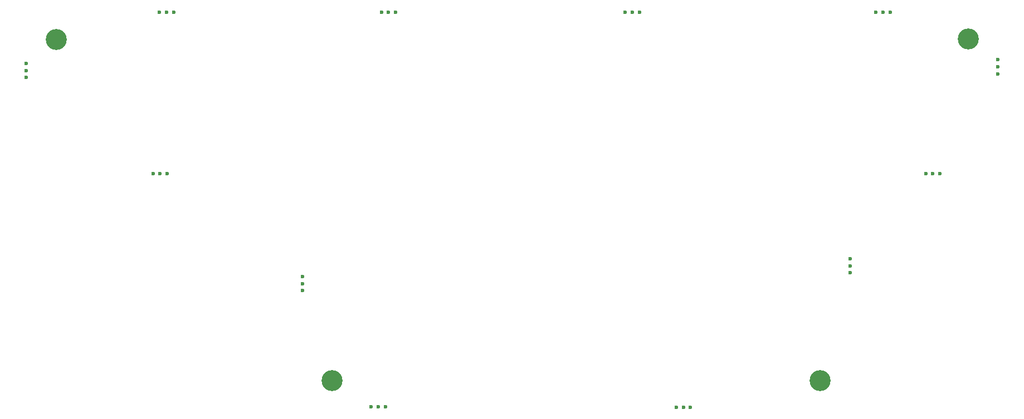
<source format=gbr>
%TF.GenerationSoftware,KiCad,Pcbnew,8.0.2*%
%TF.CreationDate,2025-02-02T12:55:15+01:00*%
%TF.ProjectId,FT25_AMS_Slave_fr,46543235-5f41-44d5-935f-536c6176655f,rev?*%
%TF.SameCoordinates,Original*%
%TF.FileFunction,NonPlated,1,4,NPTH,Drill*%
%TF.FilePolarity,Positive*%
%FSLAX46Y46*%
G04 Gerber Fmt 4.6, Leading zero omitted, Abs format (unit mm)*
G04 Created by KiCad (PCBNEW 8.0.2) date 2025-02-02 12:55:15*
%MOMM*%
%LPD*%
G01*
G04 APERTURE LIST*
%TA.AperFunction,ComponentDrill*%
%ADD10C,0.600000*%
%TD*%
%TA.AperFunction,ComponentDrill*%
%ADD11C,3.200000*%
%TD*%
G04 APERTURE END LIST*
D10*
%TO.C,*%
X63850000Y-82550000D03*
X63850000Y-83650000D03*
X63850000Y-84700000D03*
X83100000Y-99350000D03*
X84100000Y-74750000D03*
X84150000Y-99350000D03*
X85150000Y-74750000D03*
X85250000Y-99350000D03*
X86250000Y-74750000D03*
X105800000Y-115000000D03*
X105800000Y-116100000D03*
X105800000Y-117150000D03*
X116250000Y-134800000D03*
X117300000Y-134800000D03*
X117800000Y-74800000D03*
X118400000Y-134800000D03*
X118850000Y-74800000D03*
X119950000Y-74800000D03*
X154850000Y-74750000D03*
X155900000Y-74750000D03*
X157000000Y-74750000D03*
X162600000Y-134850000D03*
X163700000Y-134850000D03*
X164750000Y-134850000D03*
X189050000Y-112250000D03*
X189050000Y-113350000D03*
X189050000Y-114400000D03*
X192950000Y-74800000D03*
X194000000Y-74800000D03*
X195100000Y-74800000D03*
X200550000Y-99300000D03*
X201600000Y-99300000D03*
X202700000Y-99300000D03*
X211500000Y-82000000D03*
X211500000Y-83100000D03*
X211500000Y-84150000D03*
D11*
%TO.C,H1*%
X68400000Y-78900000D03*
%TO.C,H4*%
X110300000Y-130800000D03*
%TO.C,H3*%
X184500000Y-130800000D03*
%TO.C,H2*%
X207000000Y-78800000D03*
M02*

</source>
